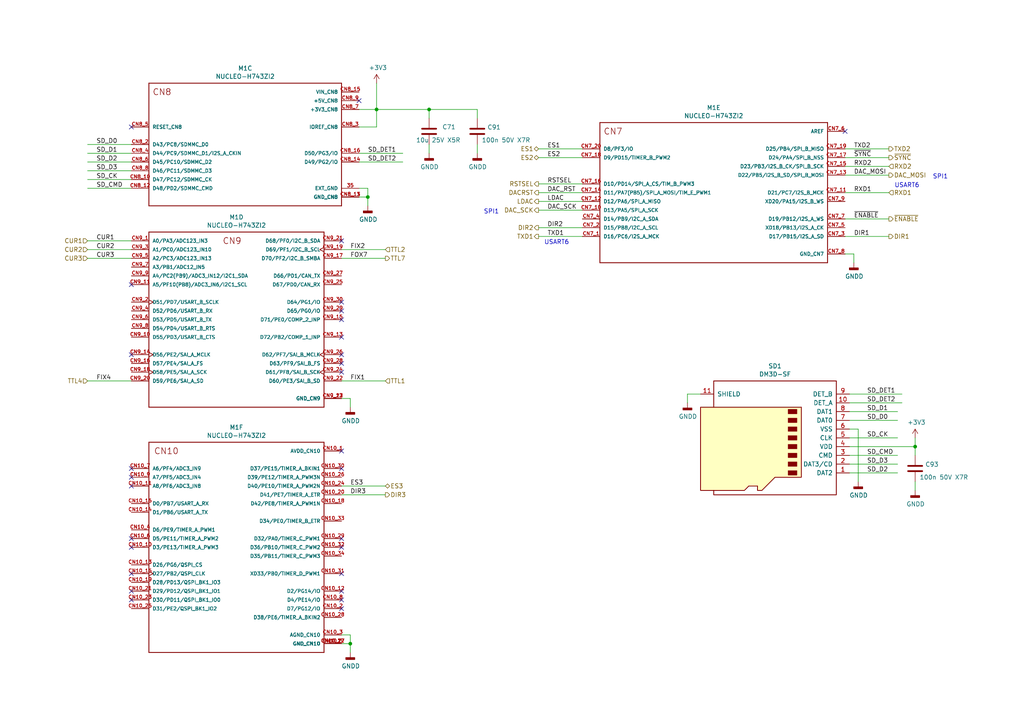
<source format=kicad_sch>
(kicad_sch (version 20230121) (generator eeschema)
  (paper "A4")
  (title_block (title "Compensation coils driver") (date "2022-03-22") (rev "2.0") (company "UMK (NCU) Toruń") (comment 1 "KL FAMO") (comment 2 "design by: mgr inż. Adam Ledziński") (comment 4 "PL: Zasilacz cewek kompensacyjnych (3x3A)"))
  (lib_symbols
    (symbol "Device:C" (pin_numbers hide) (pin_names (offset 0.254))
      (property "Reference" "C" (at 0.635 2.54 0))
      (property "Value" "C" (at 0.635 -2.54 0))
      (symbol "C_0_1"
        (polyline (pts (xy -2.032 -0.762) (xy 2.032 -0.762)) (stroke (width 0.508)))
        (polyline (pts (xy -2.032 0.762) (xy 2.032 0.762)) (stroke (width 0.508)))
      )
      (symbol "C_1_1"
        (pin passive line (at 0 3.81 270) (length 2.794) (name "~") (number "1"))
        (pin passive line (at 0 -3.81 90) (length 2.794) (name "~") (number "2"))
      )
    )
    (symbol "current3Av2-rescue:+3.3V-power" (power) (pin_names (offset 0))
      (property "Value" "+3.3V-power" (at 0 3.556 0))
      (symbol "+3.3V-power_0_1"
        (polyline (pts (xy -0.762 1.27) (xy 0 2.54)))
        (polyline (pts (xy 0 0) (xy 0 2.54)))
        (polyline (pts (xy 0 2.54) (xy 0.762 1.27)))
      )
      (symbol "+3.3V-power_1_1"
        (pin power_in line (at 0 0 90) (length 0) hide (name "+3V3") (number "1"))
      )
    )
    (symbol "current3Av2-rescue:Micro_SD_Card_Det-Connector" (pin_names (offset 1.016))
      (property "Reference" "J" (at -16.51 17.78 0))
      (property "Value" "Connector_Micro_SD_Card_Det" (at 16.51 17.78 0))
      (symbol "Micro_SD_Card_Det-Connector_0_1"
        (rectangle (start -7.62 -6.985) (end -5.08 -8.255) (fill (type outline)))
        (rectangle (start -7.62 -4.445) (end -5.08 -5.715) (fill (type outline)))
        (rectangle (start -7.62 -1.905) (end -5.08 -3.175) (fill (type outline)))
        (rectangle (start -7.62 0.635) (end -5.08 -0.635) (fill (type outline)))
        (rectangle (start -7.62 3.175) (end -5.08 1.905) (fill (type outline)))
        (rectangle (start -7.62 5.715) (end -5.08 4.445) (fill (type outline)))
        (rectangle (start -7.62 8.255) (end -5.08 6.985) (fill (type outline)))
        (rectangle (start -7.62 10.795) (end -5.08 9.525) (fill (type outline)))
        (polyline (pts (xy 16.51 15.24) (xy 16.51 16.51) (xy -19.05 16.51) (xy -19.05 -16.51) (xy 16.51 -16.51) (xy 16.51 -8.89)) (stroke (width 0.254)))
        (polyline (pts (xy -8.89 -8.89) (xy -8.89 11.43) (xy -1.27 11.43) (xy 2.54 15.24) (xy 3.81 15.24) (xy 3.81 13.97) (xy 6.35 13.97) (xy 7.62 15.24) (xy 20.32 15.24) (xy 20.32 -8.89) (xy -8.89 -8.89)) (stroke (width 0.254)) (fill (type background)))
      )
      (symbol "Micro_SD_Card_Det-Connector_1_1"
        (pin bidirectional line (at -22.86 10.16 0) (length 3.81) (name "DAT2") (number "1"))
        (pin passive line (at -22.86 -10.16 0) (length 3.81) (name "DET_A") (number "10"))
        (pin passive line (at 20.32 -12.7 180) (length 3.81) (name "SHIELD") (number "11"))
        (pin bidirectional line (at -22.86 7.62 0) (length 3.81) (name "DAT3/CD") (number "2"))
        (pin input line (at -22.86 5.08 0) (length 3.81) (name "CMD") (number "3"))
        (pin power_in line (at -22.86 2.54 0) (length 3.81) (name "VDD") (number "4"))
        (pin input line (at -22.86 0 0) (length 3.81) (name "CLK") (number "5"))
        (pin power_in line (at -22.86 -2.54 0) (length 3.81) (name "VSS") (number "6"))
        (pin bidirectional line (at -22.86 -5.08 0) (length 3.81) (name "DAT0") (number "7"))
        (pin bidirectional line (at -22.86 -7.62 0) (length 3.81) (name "DAT1") (number "8"))
        (pin passive line (at -22.86 -12.7 0) (length 3.81) (name "DET_B") (number "9"))
      )
    )
    (symbol "ff:NUCLEO-H743ZI2" (pin_names (offset 1.016))
      (property "Reference" "M" (at -11.43 54.61 0))
      (property "Value" "NUCLEO-H743ZI2" (at -10.16 -20.32 0))
      (symbol "NUCLEO-H743ZI2_1_0"
        (polyline (pts (xy -12.7 -55.88) (xy 12.7 -55.88)) (stroke (width 0.254)))
        (polyline (pts (xy -12.7 53.34) (xy -12.7 -55.88)) (stroke (width 0.254)))
        (polyline (pts (xy 12.7 -55.88) (xy 12.7 53.34)) (stroke (width 0.254)))
        (polyline (pts (xy 12.7 53.34) (xy -12.7 53.34)) (stroke (width 0.254)))
        (text "CN11" (at -11.43 50.292 0) (effects (font (size 1.778 1.778)) (justify left bottom)))
        (pin bidirectional line (at -17.78 -10.16 0) (length 5.08) (name "PC10") (number "CN11_1"))
        (pin bidirectional line (at 17.78 -2.54 180) (length 5.08) (name "PF7") (number "CN11_11"))
        (pin bidirectional line (at 17.78 33.02 180) (length 5.08) (name "IOREF_CN11") (number "CN11_12"))
        (pin bidirectional line (at -17.78 17.78 0) (length 5.08) (name "XPA13") (number "CN11_13"))
        (pin bidirectional line (at -17.78 30.48 0) (length 5.08) (name "RESET_CN11") (number "CN11_14"))
        (pin bidirectional line (at -17.78 15.24 0) (length 5.08) (name "XPA14") (number "CN11_15"))
        (pin power_in line (at 17.78 50.8 180) (length 5.08) (name "+3V3_CN11") (number "CN11_16"))
        (pin bidirectional line (at -17.78 12.7 0) (length 5.08) (name "XPA15") (number "CN11_17"))
        (pin power_in line (at 17.78 48.26 180) (length 5.08) (name "+5V_CN11") (number "CN11_18"))
        (pin power_in line (at 17.78 -53.34 180) (length 5.08) (name "GND_CN11") (number "CN11_19"))
        (pin bidirectional line (at -17.78 -12.7 0) (length 5.08) (name "PC11") (number "CN11_2"))
        (pin power_in line (at 17.78 -53.34 180) (length 5.08) (name "GND_CN11") (number "CN11_20"))
        (pin bidirectional line (at -17.78 5.08 0) (length 5.08) (name "PB7") (number "CN11_21"))
        (pin power_in line (at 17.78 -53.34 180) (length 5.08) (name "GND_CN11") (number "CN11_22"))
        (pin bidirectional line (at -17.78 -17.78 0) (length 5.08) (name "XPC13") (number "CN11_23"))
        (pin power_in line (at 17.78 38.1 180) (length 5.08) (name "VIN_CN11") (number "CN11_24"))
        (pin bidirectional line (at -17.78 -20.32 0) (length 5.08) (name "XPC14") (number "CN11_25"))
        (pin bidirectional line (at -17.78 -22.86 0) (length 5.08) (name "XPC15") (number "CN11_27"))
        (pin bidirectional line (at -17.78 25.4 0) (length 5.08) (name "PA0") (number "CN11_28"))
        (pin bidirectional line (at 17.78 -40.64 180) (length 5.08) (name "XPH0") (number "CN11_29"))
        (pin bidirectional line (at -17.78 -15.24 0) (length 5.08) (name "PC12") (number "CN11_3"))
        (pin bidirectional line (at -17.78 22.86 0) (length 5.08) (name "XPA1") (number "CN11_30"))
        (pin bidirectional line (at 17.78 -43.18 180) (length 5.08) (name "XPH1") (number "CN11_31"))
        (pin bidirectional line (at -17.78 20.32 0) (length 5.08) (name "PA4") (number "CN11_32"))
        (pin power_in line (at 17.78 43.18 180) (length 5.08) (name "VBAT_CN11") (number "CN11_33"))
        (pin bidirectional line (at -17.78 7.62 0) (length 5.08) (name "XPB0") (number "CN11_34"))
        (pin bidirectional line (at -17.78 -5.08 0) (length 5.08) (name "PC2") (number "CN11_35"))
        (pin bidirectional line (at -17.78 -2.54 0) (length 5.08) (name "XPC1") (number "CN11_36"))
        (pin bidirectional line (at -17.78 -7.62 0) (length 5.08) (name "PC3") (number "CN11_37"))
        (pin bidirectional line (at -17.78 0 0) (length 5.08) (name "PC0") (number "CN11_38"))
        (pin bidirectional line (at -17.78 -38.1 0) (length 5.08) (name "PD4") (number "CN11_39"))
        (pin bidirectional line (at -17.78 -33.02 0) (length 5.08) (name "PD2") (number "CN11_4"))
        (pin bidirectional line (at -17.78 -35.56 0) (length 5.08) (name "PD3") (number "CN11_40"))
        (pin bidirectional line (at -17.78 -40.64 0) (length 5.08) (name "PD5") (number "CN11_41"))
        (pin bidirectional line (at 17.78 -17.78 180) (length 5.08) (name "PG2") (number "CN11_42"))
        (pin bidirectional line (at -17.78 -43.18 0) (length 5.08) (name "PD6") (number "CN11_43"))
        (pin bidirectional line (at 17.78 -20.32 180) (length 5.08) (name "PG3") (number "CN11_44"))
        (pin bidirectional line (at -17.78 -45.72 0) (length 5.08) (name "PD7") (number "CN11_45"))
        (pin bidirectional line (at 17.78 22.86 180) (length 5.08) (name "PE2") (number "CN11_46"))
        (pin bidirectional line (at 17.78 20.32 180) (length 5.08) (name "PE3") (number "CN11_47"))
        (pin bidirectional line (at 17.78 17.78 180) (length 5.08) (name "PE4") (number "CN11_48"))
        (pin power_in line (at 17.78 -53.34 180) (length 5.08) (name "GND_CN11") (number "CN11_49"))
        (pin power_in line (at 17.78 40.64 180) (length 5.08) (name "VDD_CN11") (number "CN11_5"))
        (pin bidirectional line (at 17.78 15.24 180) (length 5.08) (name "PE5") (number "CN11_50"))
        (pin bidirectional line (at 17.78 5.08 180) (length 5.08) (name "PF1") (number "CN11_51"))
        (pin bidirectional line (at 17.78 2.54 180) (length 5.08) (name "PF2") (number "CN11_52"))
        (pin bidirectional line (at 17.78 7.62 180) (length 5.08) (name "PF0") (number "CN11_53"))
        (pin bidirectional line (at 17.78 -5.08 180) (length 5.08) (name "PF8") (number "CN11_54"))
        (pin bidirectional line (at -17.78 -30.48 0) (length 5.08) (name "PD1") (number "CN11_55"))
        (pin bidirectional line (at 17.78 -7.62 180) (length 5.08) (name "PF9") (number "CN11_56"))
        (pin bidirectional line (at -17.78 -27.94 0) (length 5.08) (name "PD0") (number "CN11_57"))
        (pin bidirectional line (at 17.78 -15.24 180) (length 5.08) (name "PG1") (number "CN11_58"))
        (pin bidirectional line (at 17.78 -12.7 180) (length 5.08) (name "PG0") (number "CN11_59"))
        (pin power_in line (at 17.78 45.72 180) (length 5.08) (name "E5V_CN11") (number "CN11_6"))
        (pin power_in line (at 17.78 -53.34 180) (length 5.08) (name "GND_CN11") (number "CN11_60"))
        (pin bidirectional line (at 17.78 25.4 180) (length 5.08) (name "XPE1") (number "CN11_61"))
        (pin bidirectional line (at 17.78 12.7 180) (length 5.08) (name "PE6") (number "CN11_62"))
        (pin bidirectional line (at 17.78 -22.86 180) (length 5.08) (name "PG9") (number "CN11_63"))
        (pin bidirectional line (at 17.78 -35.56 180) (length 5.08) (name "PG15") (number "CN11_64"))
        (pin bidirectional line (at 17.78 -30.48 180) (length 5.08) (name "PG12") (number "CN11_65"))
        (pin bidirectional line (at 17.78 -25.4 180) (length 5.08) (name "PG10") (number "CN11_66"))
        (pin bidirectional line (at 17.78 -33.02 180) (length 5.08) (name "XPG13") (number "CN11_68"))
        (pin bidirectional line (at -17.78 -48.26 0) (length 5.08) (name "XPD9") (number "CN11_69"))
        (pin bidirectional line (at -17.78 33.02 0) (length 5.08) (name "BOOT0") (number "CN11_7"))
        (pin bidirectional line (at 17.78 -27.94 180) (length 5.08) (name "XPG11") (number "CN11_70"))
        (pin power_in line (at 17.78 -53.34 180) (length 5.08) (name "GND_CN11") (number "CN11_71"))
        (pin power_in line (at 17.78 -53.34 180) (length 5.08) (name "GND_CN11") (number "CN11_72"))
        (pin power_in line (at 17.78 -53.34 180) (length 5.08) (name "GND_CN11") (number "CN11_8"))
        (pin bidirectional line (at 17.78 0 180) (length 5.08) (name "PF6") (number "CN11_9"))
      )
      (symbol "NUCLEO-H743ZI2_2_0"
        (polyline (pts (xy -17.78 -53.34) (xy 17.78 -53.34)) (stroke (width 0.254)))
        (polyline (pts (xy -17.78 53.34) (xy -17.78 -53.34)) (stroke (width 0.254)))
        (polyline (pts (xy 17.78 -53.34) (xy 17.78 53.34)) (stroke (width 0.254)))
        (polyline (pts (xy 17.78 53.34) (xy -17.78 53.34)) (stroke (width 0.254)))
        (text "CN12" (at -12.7 50.8 0) (effects (font (size 1.778 1.778))))
        (pin bidirectional line (at -22.86 -35.56 0) (length 5.08) (name "PC9") (number "CN12_1"))
        (pin bidirectional line (at 22.86 43.18 180) (length 5.08) (name "XPD8") (number "CN12_10"))
        (pin bidirectional line (at -22.86 38.1 0) (length 5.08) (name "PA5") (number "CN12_11"))
        (pin bidirectional line (at -22.86 20.32 0) (length 5.08) (name "XPA12") (number "CN12_12"))
        (pin bidirectional line (at -22.86 35.56 0) (length 5.08) (name "PA6") (number "CN12_13"))
        (pin bidirectional line (at -22.86 22.86 0) (length 5.08) (name "XPA11") (number "CN12_14"))
        (pin bidirectional line (at -22.86 33.02 0) (length 5.08) (name "XPA7") (number "CN12_15"))
        (pin bidirectional line (at -22.86 -10.16 0) (length 5.08) (name "PB12") (number "CN12_16"))
        (pin bidirectional line (at -22.86 2.54 0) (length 5.08) (name "PB6") (number "CN12_17"))
        (pin bidirectional line (at -22.86 -7.62 0) (length 5.08) (name "PB11") (number "CN12_18"))
        (pin bidirectional line (at -22.86 -30.48 0) (length 5.08) (name "PC7") (number "CN12_19"))
        (pin bidirectional line (at -22.86 -33.02 0) (length 5.08) (name "PC8") (number "CN12_2"))
        (pin power_in line (at 22.86 -50.8 180) (length 5.08) (name "GND_CN12") (number "CN12_20"))
        (pin bidirectional line (at -22.86 27.94 0) (length 5.08) (name "XPA9") (number "CN12_21"))
        (pin bidirectional line (at -22.86 12.7 0) (length 5.08) (name "PB2") (number "CN12_22"))
        (pin bidirectional line (at -22.86 30.48 0) (length 5.08) (name "XPA8") (number "CN12_23"))
        (pin bidirectional line (at -22.86 15.24 0) (length 5.08) (name "PB1") (number "CN12_24"))
        (pin bidirectional line (at -22.86 -5.08 0) (length 5.08) (name "PB10") (number "CN12_25"))
        (pin bidirectional line (at -22.86 -17.78 0) (length 5.08) (name "PB15") (number "CN12_26"))
        (pin bidirectional line (at -22.86 7.62 0) (length 5.08) (name "PB4") (number "CN12_27"))
        (pin bidirectional line (at -22.86 -15.24 0) (length 5.08) (name "XPB14") (number "CN12_28"))
        (pin bidirectional line (at -22.86 5.08 0) (length 5.08) (name "PB5") (number "CN12_29"))
        (pin bidirectional line (at -22.86 0 0) (length 5.08) (name "PB8") (number "CN12_3"))
        (pin bidirectional line (at -22.86 -12.7 0) (length 5.08) (name "XPB13") (number "CN12_30"))
        (pin bidirectional line (at -22.86 10.16 0) (length 5.08) (name "XPB3") (number "CN12_31"))
        (pin power_in line (at 22.86 -48.26 180) (length 5.08) (name "AGND_CN12") (number "CN12_32"))
        (pin bidirectional line (at -22.86 25.4 0) (length 5.08) (name "PA10") (number "CN12_33"))
        (pin bidirectional line (at -22.86 -22.86 0) (length 5.08) (name "XPC4") (number "CN12_34"))
        (pin bidirectional line (at -22.86 43.18 0) (length 5.08) (name "XPA2") (number "CN12_35"))
        (pin bidirectional line (at 22.86 -10.16 180) (length 5.08) (name "PF5") (number "CN12_36"))
        (pin bidirectional line (at -22.86 40.64 0) (length 5.08) (name "PA3") (number "CN12_37"))
        (pin bidirectional line (at 22.86 -7.62 180) (length 5.08) (name "PF4") (number "CN12_38"))
        (pin power_in line (at 22.86 -50.8 180) (length 5.08) (name "GND_CN12") (number "CN12_39"))
        (pin bidirectional line (at -22.86 -27.94 0) (length 5.08) (name "PC6") (number "CN12_4"))
        (pin bidirectional line (at 22.86 17.78 180) (length 5.08) (name "PE8") (number "CN12_40"))
        (pin bidirectional line (at 22.86 33.02 180) (length 5.08) (name "PD13") (number "CN12_41"))
        (pin bidirectional line (at 22.86 -12.7 180) (length 5.08) (name "PF10") (number "CN12_42"))
        (pin bidirectional line (at 22.86 35.56 180) (length 5.08) (name "PD12") (number "CN12_43"))
        (pin bidirectional line (at 22.86 20.32 180) (length 5.08) (name "PE7") (number "CN12_44"))
        (pin bidirectional line (at 22.86 38.1 180) (length 5.08) (name "PD11") (number "CN12_45"))
        (pin bidirectional line (at 22.86 30.48 180) (length 5.08) (name "PD14") (number "CN12_46"))
        (pin bidirectional line (at 22.86 12.7 180) (length 5.08) (name "PE10") (number "CN12_47"))
        (pin bidirectional line (at 22.86 27.94 180) (length 5.08) (name "PD15") (number "CN12_48"))
        (pin bidirectional line (at 22.86 7.62 180) (length 5.08) (name "PE12") (number "CN12_49"))
        (pin bidirectional line (at -22.86 -2.54 0) (length 5.08) (name "PB9") (number "CN12_5"))
        (pin bidirectional line (at 22.86 -22.86 180) (length 5.08) (name "PF14") (number "CN12_50"))
        (pin bidirectional line (at 22.86 2.54 180) (length 5.08) (name "PE14") (number "CN12_51"))
        (pin bidirectional line (at 22.86 15.24 180) (length 5.08) (name "PE9") (number "CN12_52"))
        (pin bidirectional line (at 22.86 0 180) (length 5.08) (name "PE15") (number "CN12_53"))
        (pin power_in line (at 22.86 -50.8 180) (length 5.08) (name "GND_CN12") (number "CN12_54"))
        (pin bidirectional line (at 22.86 5.08 180) (length 5.08) (name "PE13") (number "CN12_55"))
        (pin bidirectional line (at 22.86 10.16 180) (length 5.08) (name "PE11") (number "CN12_56"))
        (pin bidirectional line (at 22.86 -20.32 180) (length 5.08) (name "PF13") (number "CN12_57"))
        (pin bidirectional line (at 22.86 -5.08 180) (length 5.08) (name "PF3") (number "CN12_58"))
        (pin bidirectional line (at 22.86 -17.78 180) (length 5.08) (name "PF12") (number "CN12_59"))
        (pin bidirectional line (at -22.86 -25.4 0) (length 5.08) (name "XPC5") (number "CN12_6"))
        (pin bidirectional line (at 22.86 -25.4 180) (length 5.08) (name "PF15") (number "CN12_60"))
        (pin bidirectional line (at 22.86 -43.18 180) (length 5.08) (name "PG14") (number "CN12_61"))
        (pin bidirectional line (at 22.86 -15.24 180) (length 5.08) (name "PF11") (number "CN12_62"))
        (pin power_in line (at 22.86 -50.8 180) (length 5.08) (name "GND_CN12") (number "CN12_63"))
        (pin bidirectional line (at 22.86 22.86 180) (length 5.08) (name "PE0") (number "CN12_64"))
        (pin bidirectional line (at 22.86 40.64 180) (length 5.08) (name "XPD10") (number "CN12_65"))
        (pin bidirectional line (at 22.86 -40.64 180) (length 5.08) (name "PG8") (number "CN12_66"))
        (pin bidirectional line (at 22.86 -38.1 180) (length 5.08) (name "XPG7") (number "CN12_67"))
        (pin bidirectional line (at 22.86 -33.02 180) (length 5.08) (name "PG5") (number "CN12_68"))
        (pin bidirectional line (at 22.86 -30.48 180) (length 5.08) (name "PG4") (number "CN12_69"))
        (pin power_in line (at 22.86 50.8 180) (length 5.08) (name "AVDD_CN12") (number "CN12_7"))
        (pin bidirectional line (at 22.86 -35.56 180) (length 5.08) (name "PG6") (number "CN12_70"))
        (pin power_in line (at 22.86 -50.8 180) (length 5.08) (name "GND_CN12") (number "CN12_71"))
        (pin power_in line (at 22.86 -50.8 180) (length 5.08) (name "GND_CN12") (number "CN12_72"))
        (pin power_in line (at 22.86 48.26 180) (length 5.08) (name "U5V") (number "CN12_8"))
        (pin power_in line (at 22.86 -50.8 180) (length 5.08) (name "GND_CN12") (number "CN12_9"))
      )
      (symbol "NUCLEO-H743ZI2_3_0"
        (polyline (pts (xy -27.94 -17.78) (xy 27.94 -17.78)) (stroke (width 0.254)))
        (polyline (pts (xy -27.94 17.78) (xy -27.94 -17.78)) (stroke (width 0.254)))
        (polyline (pts (xy 27.94 -17.78) (xy 27.94 17.78)) (stroke (width 0.254)))
        (polyline (pts (xy 27.94 17.78) (xy -27.94 17.78)) (stroke (width 0.254)))
        (text "CN8" (at -24.13 15.24 0) (effects (font (size 1.778 1.778))))
        (pin bidirectional line (at -33.02 -10.16 0) (length 5.08) (name "D47/PC12/SDMMC_CK") (number "CN8_10"))
        (pin power_in line (at 33.02 -15.24 180) (length 5.08) (name "GND_CN8") (number "CN8_11"))
        (pin bidirectional line (at -33.02 -12.7 0) (length 5.08) (name "D48/PD2/SDMMC_CMD") (number "CN8_12"))
        (pin power_in line (at 33.02 -15.24 180) (length 5.08) (name "GND_CN8") (number "CN8_13"))
        (pin bidirectional line (at 33.02 -5.08 180) (length 5.08) (name "D49/PG2/IO") (number "CN8_14"))
        (pin power_in line (at 33.02 15.24 180) (length 5.08) (name "VIN_CN8") (number "CN8_15"))
        (pin bidirectional line (at 33.02 -2.54 180) (length 5.08) (name "D50/PG3/IO") (number "CN8_16"))
        (pin bidirectional line (at -33.02 0 0) (length 5.08) (name "D43/PC8/SDMMC_D0") (number "CN8_2"))
        (pin bidirectional line (at 33.02 5.08 180) (length 5.08) (name "IOREF_CN8") (number "CN8_3"))
        (pin bidirectional line (at -33.02 -2.54 0) (length 5.08) (name "D44/PC9/SDMMC_D1/I2S_A_CKIN") (number "CN8_4"))
        (pin bidirectional line (at -33.02 5.08 0) (length 5.08) (name "RESET_CN8") (number "CN8_5"))
        (pin bidirectional line (at -33.02 -5.08 0) (length 5.08) (name "D45/PC10/SDMMC_D2") (number "CN8_6"))
        (pin power_in line (at 33.02 10.16 180) (length 5.08) (name "+3V3_CN8") (number "CN8_7"))
        (pin bidirectional line (at -33.02 -7.62 0) (length 5.08) (name "D46/PC11/SDMMC_D3") (number "CN8_8"))
        (pin power_in line (at 33.02 12.7 180) (length 5.08) (name "+5V_CN8") (number "CN8_9"))
      )
      (symbol "NUCLEO-H743ZI2_3_1"
        (pin power_in line (at 33.02 -12.7 180) (length 5.08) (name "EXT_GND") (number "35"))
        (pin no_connect line (at -33.02 12.7 0) (length 5.08) hide (name "NC") (number "CN8_1"))
      )
      (symbol "NUCLEO-H743ZI2_4_0"
        (polyline (pts (xy -25.4 -25.4) (xy 25.4 -25.4)) (stroke (width 0.254)))
        (polyline (pts (xy -25.4 25.4) (xy -25.4 -25.4)) (stroke (width 0.254)))
        (polyline (pts (xy 25.4 -25.4) (xy 25.4 25.4)) (stroke (width 0.254)))
        (polyline (pts (xy 25.4 25.4) (xy -25.4 25.4)) (stroke (width 0.254)))
        (text "CN9" (at -1.27 22.86 0) (effects (font (size 1.778 1.778))))
        (pin input line (at -30.48 22.86 0) (length 5.08) (name "A0/PA3/ADC123_IN3") (number "CN9_1"))
        (pin bidirectional line (at -30.48 -5.08 0) (length 5.08) (name "D55/PD3/USART_B_CTS") (number "CN9_10"))
        (pin input line (at -30.48 10.16 0) (length 5.08) (name "A5/PF10(PB8)/ADC3_IN6/I2C1_SCL") (number "CN9_11"))
        (pin power_in line (at 30.48 -22.86 180) (length 5.08) (name "GND_CN9") (number "CN9_12"))
        (pin bidirectional line (at 30.48 -5.08 180) (length 5.08) (name "D72/PB2/COMP_1_INP") (number "CN9_13"))
        (pin bidirectional clock (at -30.48 -10.16 0) (length 5.08) (name "D56/PE2/SAI_A_MCLK") (number "CN9_14"))
        (pin bidirectional line (at 30.48 0 180) (length 5.08) (name "D71/PE0/COMP_2_INP") (number "CN9_15"))
        (pin bidirectional line (at -30.48 -12.7 0) (length 5.08) (name "D57/PE4/SAI_A_FS") (number "CN9_16"))
        (pin bidirectional line (at 30.48 17.78 180) (length 5.08) (name "D70/PF2/I2C_B_SMBA") (number "CN9_17"))
        (pin bidirectional clock (at -30.48 -15.24 0) (length 5.08) (name "D58/PE5/SAI_A_SCK") (number "CN9_18"))
        (pin bidirectional clock (at 30.48 20.32 180) (length 5.08) (name "D69/PF1/I2C_B_SCL") (number "CN9_19"))
        (pin bidirectional clock (at -30.48 5.08 0) (length 5.08) (name "D51/PD7/USART_B_SCLK") (number "CN9_2"))
        (pin bidirectional line (at -30.48 -17.78 0) (length 5.08) (name "D59/PE6/SAI_A_SD") (number "CN9_20"))
        (pin bidirectional line (at 30.48 22.86 180) (length 5.08) (name "D68/PF0/I2C_B_SDA") (number "CN9_21"))
        (pin bidirectional line (at 30.48 -17.78 180) (length 5.08) (name "D60/PE3/SAI_B_SD") (number "CN9_22"))
        (pin power_in line (at 30.48 -22.86 180) (length 5.08) (name "GND_CN9") (number "CN9_23"))
        (pin bidirectional clock (at 30.48 -15.24 180) (length 5.08) (name "D61/PF8/SAI_B_SCK") (number "CN9_24"))
        (pin input line (at 30.48 10.16 180) (length 5.08) (name "D67/PD0/CAN_RX") (number "CN9_25"))
        (pin bidirectional clock (at 30.48 -10.16 180) (length 5.08) (name "D62/PF7/SAI_B_MCLK") (number "CN9_26"))
        (pin output line (at 30.48 12.7 180) (length 5.08) (name "D66/PD1/CAN_TX") (number "CN9_27"))
        (pin bidirectional line (at 30.48 -12.7 180) (length 5.08) (name "D63/PF9/SAI_B_FS") (number "CN9_28"))
        (pin bidirectional line (at 30.48 2.54 180) (length 5.08) (name "D65/PG0/IO") (number "CN9_29"))
        (pin input line (at -30.48 20.32 0) (length 5.08) (name "A1/PC0/ADC123_IN10") (number "CN9_3"))
        (pin bidirectional line (at 30.48 5.08 180) (length 5.08) (name "D64/PG1/IO") (number "CN9_30"))
        (pin bidirectional line (at -30.48 2.54 0) (length 5.08) (name "D52/PD6/USART_B_RX") (number "CN9_4"))
        (pin input line (at -30.48 17.78 0) (length 5.08) (name "A2/PC3/ADC123_IN13") (number "CN9_5"))
        (pin bidirectional line (at -30.48 0 0) (length 5.08) (name "D53/PD5/USART_B_TX") (number "CN9_6"))
        (pin input line (at -30.48 15.24 0) (length 5.08) (name "A3/PB1/ADC12_IN5") (number "CN9_7"))
        (pin bidirectional line (at -30.48 -2.54 0) (length 5.08) (name "D54/PD4/USART_B_RTS") (number "CN9_8"))
        (pin input line (at -30.48 12.7 0) (length 5.08) (name "A4/PC2(PB9)/ADC3_IN12/I2C1_SDA") (number "CN9_9"))
      )
      (symbol "NUCLEO-H743ZI2_5_0"
        (polyline (pts (xy -33.02 -20.32) (xy 33.02 -20.32)) (stroke (width 0.254)))
        (polyline (pts (xy -33.02 20.32) (xy -33.02 -20.32)) (stroke (width 0.254)))
        (polyline (pts (xy 33.02 -20.32) (xy 33.02 20.32)) (stroke (width 0.254)))
        (polyline (pts (xy 33.02 20.32) (xy -33.02 20.32)) (stroke (width 0.254)))
        (text "CN7" (at -29.21 17.78 0) (effects (font (size 1.778 1.778))))
        (pin bidirectional line (at -38.1 -12.7 0) (length 5.08) (name "D16/PC6/I2S_A_MCK") (number "CN7_1"))
        (pin bidirectional line (at -38.1 -5.08 0) (length 5.08) (name "D13/PA5/SPI_A_SCK") (number "CN7_10"))
        (pin bidirectional line (at 38.1 0 180) (length 5.08) (name "D21/PC7/I2S_B_MCK") (number "CN7_11"))
        (pin bidirectional line (at -38.1 -2.54 0) (length 5.08) (name "D12/PA6/SPI_A_MISO") (number "CN7_12"))
        (pin bidirectional line (at 38.1 5.08 180) (length 5.08) (name "D22/PB5/I2S_B_SD/SPI_B_MOSI") (number "CN7_13"))
        (pin bidirectional line (at -38.1 0 0) (length 5.08) (name "D11/PA7(PB5)/SPI_A_MOSI/TIM_E_PWM1") (number "CN7_14"))
        (pin bidirectional line (at 38.1 7.62 180) (length 5.08) (name "D23/PB3/I2S_B_CK/SPI_B_SCK") (number "CN7_15"))
        (pin bidirectional line (at -38.1 2.54 0) (length 5.08) (name "D10/PD14/SPI_A_CS/TIM_B_PWM3") (number "CN7_16"))
        (pin bidirectional line (at 38.1 10.16 180) (length 5.08) (name "D24/PA4/SPI_B_NSS") (number "CN7_17"))
        (pin bidirectional line (at -38.1 10.16 0) (length 5.08) (name "D9/PD15/TIMER_B_PWM2") (number "CN7_18"))
        (pin bidirectional line (at 38.1 12.7 180) (length 5.08) (name "D25/PB4/SPI_B_MISO") (number "CN7_19"))
        (pin bidirectional line (at -38.1 -10.16 0) (length 5.08) (name "D15/PB8/I2C_A_SCL") (number "CN7_2"))
        (pin bidirectional line (at -38.1 12.7 0) (length 5.08) (name "D8/PF3/IO") (number "CN7_20"))
        (pin bidirectional line (at 38.1 -12.7 180) (length 5.08) (name "D17/PB15/I2S_A_SD") (number "CN7_3"))
        (pin bidirectional line (at -38.1 -7.62 0) (length 5.08) (name "D14/PB9/I2C_A_SDA") (number "CN7_4"))
        (pin bidirectional line (at 38.1 -10.16 180) (length 5.08) (name "XD18/PB13/I2S_A_CK") (number "CN7_5"))
        (pin power_in line (at 38.1 17.78 180) (length 5.08) (name "AREF") (number "CN7_6"))
        (pin bidirectional line (at 38.1 -7.62 180) (length 5.08) (name "D19/PB12/I2S_A_WS") (number "CN7_7"))
        (pin power_in line (at 38.1 -17.78 180) (length 5.08) (name "GND_CN7") (number "CN7_8"))
        (pin bidirectional line (at 38.1 -2.54 180) (length 5.08) (name "XD20/PA15/I2S_B_WS") (number "CN7_9"))
      )
      (symbol "NUCLEO-H743ZI2_6_0"
        (polyline (pts (xy -25.4 -30.48) (xy 25.4 -30.48)) (stroke (width 0.254)))
        (polyline (pts (xy -25.4 30.48) (xy -25.4 -30.48)) (stroke (width 0.254)))
        (polyline (pts (xy 25.4 -30.48) (xy 25.4 30.48)) (stroke (width 0.254)))
        (polyline (pts (xy 25.4 30.48) (xy -25.4 30.48)) (stroke (width 0.254)))
        (text "CN10" (at -20.32 27.94 0) (effects (font (size 1.778 1.778))))
        (pin power_in line (at 30.48 27.94 180) (length 5.08) (name "AVDD_CN10") (number "CN10_1"))
        (pin bidirectional line (at -30.48 0 0) (length 5.08) (name "D3/PE13/TIMER_A_PWM3") (number "CN10_10"))
        (pin input line (at -30.48 17.78 0) (length 5.08) (name "A8/PF6/ADC3_IN8") (number "CN10_11"))
        (pin bidirectional line (at 30.48 -12.7 180) (length 5.08) (name "D2/PG14/IO") (number "CN10_12"))
        (pin bidirectional line (at -30.48 -5.08 0) (length 5.08) (name "D26/PG6/QSPI_CS") (number "CN10_13"))
        (pin output line (at -30.48 10.16 0) (length 5.08) (name "D1/PB6/USART_A_TX") (number "CN10_14"))
        (pin bidirectional clock (at -30.48 -7.62 0) (length 5.08) (name "D27/PB2/QSPI_CLK") (number "CN10_15"))
        (pin input line (at -30.48 12.7 0) (length 5.08) (name "D0/PB7/USART_A_RX") (number "CN10_16"))
        (pin power_in line (at 30.48 -27.94 180) (length 5.08) (name "GND_CN10") (number "CN10_17"))
        (pin bidirectional line (at 30.48 12.7 180) (length 5.08) (name "D42/PE8/TIMER_A_PWM1N") (number "CN10_18"))
        (pin bidirectional line (at -30.48 -10.16 0) (length 5.08) (name "D28/PD13/QSPI_BK1_IO3") (number "CN10_19"))
        (pin bidirectional line (at 30.48 -17.78 180) (length 5.08) (name "D7/PG12/IO") (number "CN10_2"))
        (pin bidirectional line (at 30.48 15.24 180) (length 5.08) (name "D41/PE7/TIMER_A_ETR") (number "CN10_20"))
        (pin bidirectional line (at -30.48 -12.7 0) (length 5.08) (name "D29/PD12/QSPI_BK1_IO1") (number "CN10_21"))
        (pin power_in line (at 30.48 -27.94 180) (length 5.08) (name "GND_CN10") (number "CN10_22"))
        (pin bidirectional line (at -30.48 -15.24 0) (length 5.08) (name "D30/PD11/QSPI_BK1_IO0") (number "CN10_23"))
        (pin bidirectional line (at 30.48 17.78 180) (length 5.08) (name "D40/PE10/TIMER_A_PWM2N") (number "CN10_24"))
        (pin bidirectional line (at -30.48 -17.78 0) (length 5.08) (name "D31/PE2/QSPI_BK1_IO2") (number "CN10_25"))
        (pin bidirectional line (at 30.48 20.32 180) (length 5.08) (name "D39/PE12/TIMER_A_PWM3N") (number "CN10_26"))
        (pin power_in line (at 30.48 -27.94 180) (length 5.08) (name "GND_CN10") (number "CN10_27"))
        (pin bidirectional line (at 30.48 -20.32 180) (length 5.08) (name "D38/PE6/TIMER_A_BKIN2") (number "CN10_28"))
        (pin bidirectional line (at 30.48 2.54 180) (length 5.08) (name "D32/PA0/TIMER_C_PWM1") (number "CN10_29"))
        (pin power_in line (at 30.48 -25.4 180) (length 5.08) (name "AGND_CN10") (number "CN10_3"))
        (pin bidirectional line (at 30.48 22.86 180) (length 5.08) (name "D37/PE15/TIMER_A_BKIN1") (number "CN10_30"))
        (pin bidirectional line (at 30.48 -7.62 180) (length 5.08) (name "XD33/PB0/TIMER_D_PWM1") (number "CN10_31"))
        (pin bidirectional line (at 30.48 0 180) (length 5.08) (name "D36/PB10/TIMER_C_PWM2") (number "CN10_32"))
        (pin bidirectional line (at 30.48 7.62 180) (length 5.08) (name "D34/PE0/TIMER_B_ETR") (number "CN10_33"))
        (pin bidirectional line (at 30.48 -2.54 180) (length 5.08) (name "D35/PB11/TIMER_C_PWM3") (number "CN10_34"))
        (pin bidirectional line (at -30.48 5.08 0) (length 5.08) (name "D6/PE9/TIMER_A_PWM1") (number "CN10_4"))
        (pin power_in line (at 30.48 -27.94 180) (length 5.08) (name "GND_CN10") (number "CN10_5"))
        (pin bidirectional line (at -30.48 2.54 0) (length 5.08) (name "D5/PE11/TIMER_A_PWM2") (number "CN10_6"))
        (pin input line (at -30.48 22.86 0) (length 5.08) (name "A6/PF4/ADC3_IN9") (number "CN10_7"))
        (pin bidirectional line (at 30.48 -15.24 180) (length 5.08) (name "D4/PE14/IO") (number "CN10_8"))
        (pin input line (at -30.48 20.32 0) (length 5.08) (name "A7/PF5/ADC3_IN4") (number "CN10_9"))
      )
    )
    (symbol "power:+3V3" (power) (pin_names (offset 0))
      (property "Value" "+3V3" (at 0 3.556 0))
      (symbol "+3V3_0_1"
        (polyline (pts (xy -0.762 1.27) (xy 0 2.54)))
        (polyline (pts (xy 0 0) (xy 0 2.54)))
        (polyline (pts (xy 0 2.54) (xy 0.762 1.27)))
      )
      (symbol "+3V3_1_1"
        (pin power_in line (at 0 0 90) (length 0) hide (name "+3V3") (number "1"))
      )
    )
    (symbol "power:GNDD" (power) (pin_names (offset 0))
      (property "Value" "GNDD" (at 0 -3.175 0))
      (symbol "GNDD_0_1"
        (rectangle (start -1.27 -1.524) (end 1.27 -2.032) (stroke (width 0.254)) (fill (type outline)))
        (polyline (pts (xy 0 0) (xy 0 -1.524)))
      )
      (symbol "GNDD_1_1"
        (pin power_in line (at 0 0 270) (length 0) hide (name "GNDD") (number "1"))
      )
    )
  )
  (junction (at 101.6 186.69))
  (junction (at 106.68 57.15))
  (junction (at 109.22 31.75))
  (junction (at 124.46 31.75))
  (junction (at 265.43 129.54))
  (no_connect (at 38.1 102.87))
  (no_connect (at 38.1 138.43))
  (no_connect (at 99.06 158.75))
  (no_connect (at 38.1 166.37))
  (no_connect (at 99.06 130.81))
  (no_connect (at 99.06 173.99))
  (no_connect (at 99.06 102.87))
  (no_connect (at 38.1 140.97))
  (no_connect (at 99.06 171.45))
  (no_connect (at 104.14 29.21))
  (no_connect (at 38.1 135.89))
  (no_connect (at 38.1 36.83))
  (no_connect (at 99.06 105.41))
  (no_connect (at 38.1 158.75))
  (no_connect (at 245.11 38.1))
  (no_connect (at 38.1 156.21))
  (no_connect (at 38.1 82.55))
  (no_connect (at 99.06 90.17))
  (no_connect (at 99.06 107.95))
  (no_connect (at 99.06 97.79))
  (no_connect (at 99.06 135.89))
  (no_connect (at 99.06 176.53))
  (no_connect (at 99.06 87.63))
  (no_connect (at 38.1 171.45))
  (no_connect (at 38.1 173.99))
  (no_connect (at 99.06 69.85))
  (no_connect (at 99.06 92.71))
  (no_connect (at 99.06 166.37))
  (no_connect (at 99.06 156.21))
  (wire (pts (xy 248.92 139.7) (xy 248.92 124.46)))
  (wire (pts (xy 156.21 68.58) (xy 168.91 68.58)))
  (wire (pts (xy 38.1 44.45) (xy 25.4 44.45)))
  (wire (pts (xy 257.81 68.58) (xy 245.11 68.58)))
  (wire (pts (xy 248.92 124.46) (xy 246.38 124.46)))
  (wire (pts (xy 156.21 66.04) (xy 168.91 66.04)))
  (wire (pts (xy 156.21 53.34) (xy 168.91 53.34)))
  (wire (pts (xy 38.1 52.07) (xy 25.4 52.07)))
  (wire (pts (xy 38.1 110.49) (xy 25.4 110.49)))
  (wire (pts (xy 265.43 129.54) (xy 265.43 132.08)))
  (wire (pts (xy 25.4 69.85) (xy 38.1 69.85)))
  (wire (pts (xy 260.35 119.38) (xy 246.38 119.38)))
  (wire (pts (xy 111.76 143.51) (xy 99.06 143.51)))
  (wire (pts (xy 38.1 41.91) (xy 25.4 41.91)))
  (wire (pts (xy 99.06 186.69) (xy 101.6 186.69)))
  (wire (pts (xy 245.11 55.88) (xy 257.81 55.88)))
  (wire (pts (xy 246.38 129.54) (xy 265.43 129.54)))
  (wire (pts (xy 245.11 50.8) (xy 257.81 50.8)))
  (wire (pts (xy 106.68 57.15) (xy 104.14 57.15)))
  (wire (pts (xy 261.62 116.84) (xy 246.38 116.84)))
  (wire (pts (xy 109.22 31.75) (xy 124.46 31.75)))
  (wire (pts (xy 109.22 31.75) (xy 109.22 36.83)))
  (wire (pts (xy 156.21 55.88) (xy 168.91 55.88)))
  (wire (pts (xy 25.4 72.39) (xy 38.1 72.39)))
  (wire (pts (xy 124.46 44.45) (xy 124.46 41.91)))
  (wire (pts (xy 168.91 45.72) (xy 156.21 45.72)))
  (wire (pts (xy 257.81 48.26) (xy 245.11 48.26)))
  (wire (pts (xy 199.39 114.3) (xy 199.39 116.84)))
  (wire (pts (xy 265.43 129.54) (xy 265.43 127)))
  (wire (pts (xy 124.46 31.75) (xy 124.46 34.29)))
  (wire (pts (xy 38.1 54.61) (xy 25.4 54.61)))
  (wire (pts (xy 168.91 43.18) (xy 156.21 43.18)))
  (wire (pts (xy 99.06 72.39) (xy 111.76 72.39)))
  (wire (pts (xy 138.43 41.91) (xy 138.43 44.45)))
  (wire (pts (xy 101.6 115.57) (xy 99.06 115.57)))
  (wire (pts (xy 260.35 134.62) (xy 246.38 134.62)))
  (wire (pts (xy 245.11 45.72) (xy 257.81 45.72)))
  (wire (pts (xy 245.11 63.5) (xy 257.81 63.5)))
  (wire (pts (xy 99.06 74.93) (xy 111.76 74.93)))
  (wire (pts (xy 109.22 24.13) (xy 109.22 31.75)))
  (wire (pts (xy 106.68 54.61) (xy 104.14 54.61)))
  (wire (pts (xy 38.1 49.53) (xy 25.4 49.53)))
  (wire (pts (xy 247.65 76.2) (xy 247.65 73.66)))
  (wire (pts (xy 99.06 110.49) (xy 111.76 110.49)))
  (wire (pts (xy 203.2 114.3) (xy 199.39 114.3)))
  (wire (pts (xy 104.14 31.75) (xy 109.22 31.75)))
  (wire (pts (xy 101.6 186.69) (xy 101.6 184.15)))
  (wire (pts (xy 260.35 132.08) (xy 246.38 132.08)))
  (wire (pts (xy 265.43 142.24) (xy 265.43 139.7)))
  (wire (pts (xy 101.6 189.23) (xy 101.6 186.69)))
  (wire (pts (xy 106.68 57.15) (xy 106.68 54.61)))
  (wire (pts (xy 99.06 140.97) (xy 111.76 140.97)))
  (wire (pts (xy 138.43 31.75) (xy 138.43 34.29)))
  (wire (pts (xy 101.6 184.15) (xy 99.06 184.15)))
  (wire (pts (xy 38.1 46.99) (xy 25.4 46.99)))
  (wire (pts (xy 168.91 60.96) (xy 156.21 60.96)))
  (wire (pts (xy 101.6 118.11) (xy 101.6 115.57)))
  (wire (pts (xy 247.65 73.66) (xy 245.11 73.66)))
  (wire (pts (xy 257.81 43.18) (xy 245.11 43.18)))
  (wire (pts (xy 116.84 44.45) (xy 104.14 44.45)))
  (wire (pts (xy 260.35 127) (xy 246.38 127)))
  (wire (pts (xy 116.84 46.99) (xy 104.14 46.99)))
  (wire (pts (xy 156.21 58.42) (xy 168.91 58.42)))
  (wire (pts (xy 106.68 59.69) (xy 106.68 57.15)))
  (wire (pts (xy 261.62 114.3) (xy 246.38 114.3)))
  (wire (pts (xy 124.46 31.75) (xy 138.43 31.75)))
  (wire (pts (xy 260.35 137.16) (xy 246.38 137.16)))
  (wire (pts (xy 25.4 74.93) (xy 38.1 74.93)))
  (wire (pts (xy 260.35 121.92) (xy 246.38 121.92)))
  (wire (pts (xy 109.22 36.83) (xy 104.14 36.83)))
  (text "SPI1" (at 270.51 52.07 0) (effects (font (size 1.27 1.27)) (justify left bottom)))
  (text "SPI1" (at 144.78 62.23 0) (effects (font (size 1.27 1.27)) (justify right bottom)))
  (text "USART6" (at 165.1 71.12 0) (effects (font (size 1.27 1.27)) (justify right bottom)))
  (text "USART6" (at 266.7 54.61 0) (effects (font (size 1.27 1.27)) (justify right bottom)))
  (label "RXD2" (at 247.65 48.26 0))
  (label "SD_D2" (at 27.94 46.99 0))
  (label "FIX2" (at 101.6 72.39 0))
  (label "SD_CMD" (at 251.46 132.08 0))
  (label "DIR2" (at 158.75 66.04 0))
  (label "DIR1" (at 247.65 68.58 0))
  (label "LDAC" (at 158.75 58.42 0))
  (label "SD_D0" (at 27.94 41.91 0))
  (label "SD_D3" (at 251.46 134.62 0))
  (label "SD_DET1" (at 106.68 44.45 0))
  (label "SD_DET1" (at 251.46 114.3 0))
  (label "SD_CMD" (at 27.94 54.61 0))
  (label "SD_CK" (at 251.46 127 0))
  (label "DAC_RST" (at 158.75 55.88 0))
  (label "RSTSEL" (at 158.75 53.34 0))
  (label "SD_D3" (at 27.94 49.53 0))
  (label "~{SYNC}" (at 247.65 45.72 0))
  (label "DAC_MOSI" (at 247.65 50.8 0))
  (label "FIX4" (at 27.94 110.49 0))
  (label "FIX1" (at 101.6 110.49 0))
  (label "FOX7" (at 101.6 74.93 0))
  (label "DAC_SCK" (at 158.75 60.96 0))
  (label "TXD1" (at 158.75 68.58 0))
  (label "SD_DET2" (at 106.68 46.99 0))
  (label "CUR1" (at 27.94 69.85 0))
  (label "SD_CK" (at 27.94 52.07 0))
  (label "DIR3" (at 101.6 143.51 0))
  (label "CUR2" (at 27.94 72.39 0))
  (label "ES1" (at 158.75 43.18 0))
  (label "ES2" (at 158.75 45.72 0))
  (label "ES3" (at 101.6 140.97 0))
  (label "CUR3" (at 27.94 74.93 0))
  (label "SD_D1" (at 251.46 119.38 0))
  (label "~{ENABLE}" (at 247.65 63.5 0))
  (label "SD_DET2" (at 251.46 116.84 0))
  (label "SD_D2" (at 251.46 137.16 0))
  (label "TXD2" (at 247.65 43.18 0))
  (label "SD_D1" (at 27.94 44.45 0))
  (label "SD_D0" (at 251.46 121.92 0))
  (label "RXD1" (at 247.65 55.88 0))
  (hierarchical_label "CUR2" (shape input) (at 25.4 72.39 180))
  (hierarchical_label "DAC_SCK" (shape output) (at 156.21 60.96 180))
  (hierarchical_label "DAC_MOSI" (shape output) (at 257.81 50.8 0))
  (hierarchical_label "DIR3" (shape output) (at 111.76 143.51 0))
  (hierarchical_label "DIR2" (shape output) (at 156.21 66.04 180))
  (hierarchical_label "RSTSEL" (shape output) (at 156.21 53.34 180))
  (hierarchical_label "RXD2" (shape input) (at 257.81 48.26 0))
  (hierarchical_label "TXD1" (shape output) (at 156.21 68.58 180))
  (hierarchical_label "LDAC" (shape output) (at 156.21 58.42 180))
  (hierarchical_label "CUR3" (shape input) (at 25.4 74.93 180))
  (hierarchical_label "~{SYNC}" (shape output) (at 257.81 45.72 0))
  (hierarchical_label "TTL4" (shape input) (at 25.4 110.49 180))
  (hierarchical_label "DACRST" (shape output) (at 156.21 55.88 180))
  (hierarchical_label "DIR1" (shape output) (at 257.81 68.58 0))
  (hierarchical_label "ES1" (shape bidirectional) (at 156.21 43.18 180))
  (hierarchical_label "CUR1" (shape input) (at 25.4 69.85 180))
  (hierarchical_label "TTL2" (shape input) (at 111.76 72.39 0))
  (hierarchical_label "TTL1" (shape input) (at 111.76 110.49 0))
  (hierarchical_label "~{ENABLE}" (shape output) (at 257.81 63.5 0))
  (hierarchical_label "TTL7" (shape output) (at 111.76 74.93 0))
  (hierarchical_label "ES2" (shape bidirectional) (at 156.21 45.72 180))
  (hierarchical_label "RXD1" (shape input) (at 257.81 55.88 0))
  (hierarchical_label "ES3" (shape bidirectional) (at 111.76 140.97 0))
  (hierarchical_label "TXD2" (shape output) (at 257.81 43.18 0))
  (symbol (lib_id "ff:NUCLEO-H743ZI2") (at 71.12 41.91 0) (unit 3)
    (property "Reference" "M1" (at 71.12 19.812 0))
    (property "Value" "NUCLEO-H743ZI2" (at 71.12 22.1742 0))
    (property "Footprint" "ff_lib:MODULE_NUCLEO-F746ZG_mini_M" (effects hide))
    (property "Datasheet" "STMicroelectronics" (effects hide))
    (property "Comm" "po1:DS1023-2*8S21,DS1023-2*10S21,DS1023-2*16S21,DS1023-2*17S21" (effects hide))
  )
  (symbol (lib_id "ff:NUCLEO-H743ZI2") (at 68.58 92.71 0) (unit 4)
    (property "Reference" "M1" (at 68.58 62.992 0))
    (property "Value" "NUCLEO-H743ZI2" (at 68.58 65.3542 0))
    (property "Footprint" "ff_lib:MODULE_NUCLEO-F746ZG_mini_M" (effects hide))
    (property "Datasheet" "STMicroelectronics" (effects hide))
    (property "Comm" "po1:DS1023-2*8S21,DS1023-2*10S21,DS1023-2*16S21,DS1023-2*17S21" (effects hide))
  )
  (symbol (lib_id "ff:NUCLEO-H743ZI2") (at 68.58 158.75 0) (unit 6)
    (property "Reference" "M1" (at 68.58 123.952 0))
    (property "Value" "NUCLEO-H743ZI2" (at 68.58 126.3142 0))
    (property "Footprint" "ff_lib:MODULE_NUCLEO-F746ZG_mini_M" (effects hide))
    (property "Datasheet" "STMicroelectronics" (effects hide))
    (property "Comm" "po1:DS1023-2*8S21,DS1023-2*10S21,DS1023-2*16S21,DS1023-2*17S21" (effects hide))
  )
  (symbol (lib_id "current3Av2-rescue:Micro_SD_Card_Det-Connector") (at 223.52 127 180) (unit 1)
    (property "Reference" "SD1" (at 224.79 106.172 0))
    (property "Value" "DM3D-SF" (at 224.79 108.5342 0))
    (property "Footprint" "Connectors_Card:Hirose_DM3D-SF" (effects hide))
    (property "Datasheet" "https://www.hirose.com/product/document?clcode=CL0609-0033-6-00&productname=DM3AT-SF-PEJ2M5&series=DM3&documenttype=Catalog&lang=en&documentid=D49662_en" (effects hide))
  )
  (symbol (lib_id "Device:C") (at 124.46 38.1 0) (mirror y) (unit 1)
    (property "Reference" "C?" (at 128.27 36.83 0) (effects (justify right)))
    (property "Value" "10u 25V X5R" (at 120.65 40.64 0) (effects (justify right)))
    (property "Footprint" "Capacitors_SMD:C_0603" (effects hide))
    (property "Comm" "GRM188R61E106KA73D" (effects hide))
    (instances (project "current3Av2" (path "" (reference "C71") (unit 1)) (path "" (reference "C?") (unit 1))))
  )
  (symbol (lib_id "ff:NUCLEO-H743ZI2") (at 207.01 55.88 0) (unit 5)
    (property "Reference" "M1" (at 207.01 31.242 0))
    (property "Value" "NUCLEO-H743ZI2" (at 207.01 33.6042 0))
    (property "Footprint" "ff_lib:MODULE_NUCLEO-F746ZG_mini_M" (effects hide))
    (property "Datasheet" "STMicroelectronics" (effects hide))
    (property "Comm" "po1:DS1023-2*8S21,DS1023-2*10S21,DS1023-2*16S21,DS1023-2*17S21" (effects hide))
  )
  (symbol (lib_id "Device:C") (at 138.43 38.1 0) (unit 1)
    (property "Reference" "C?" (at 141.351 36.9062 0) (effects (justify left)))
    (property "Value" "100n 50V X7R" (at 139.7 40.64 0) (effects (justify left)))
    (property "Footprint" "Capacitors_SMD:C_0603" (effects hide))
    (instances (project "current3Av2" (path "" (reference "C91") (unit 1)) (path "" (reference "C?") (unit 1))))
  )
  (symbol (lib_id "power:GNDD") (at 124.46 44.45 0) (unit 1)
    (property "Reference" "#PWR0151" (effects hide))
    (property "Value" "GNDD" (at 124.587 48.4124 0))
  )
  (symbol (lib_id "power:GNDD") (at 101.6 189.23 0) (unit 1)
    (property "Reference" "#PWR0147" (effects hide))
    (property "Value" "GNDD" (at 101.727 193.1924 0))
  )
  (symbol (lib_id "power:GNDD") (at 248.92 139.7 0) (unit 1)
    (property "Reference" "#PWR0164" (effects hide))
    (property "Value" "GNDD" (at 249.047 143.6624 0))
  )
  (symbol (lib_id "Device:C") (at 265.43 135.89 0) (unit 1)
    (property "Reference" "C?" (at 268.351 134.6962 0) (effects (justify left)))
    (property "Value" "100n 50V X7R" (at 266.7 138.43 0) (effects (justify left)))
    (property "Footprint" "Capacitors_SMD:C_0603" (effects hide))
    (instances (project "current3Av2" (path "" (reference "C93") (unit 1)) (path "" (reference "C?") (unit 1))))
  )
  (symbol (lib_id "power:GNDD") (at 265.43 142.24 0) (unit 1)
    (property "Reference" "#PWR0167" (effects hide))
    (property "Value" "GNDD" (at 265.557 146.2024 0))
  )
  (symbol (lib_id "power:GNDD") (at 106.68 59.69 0) (unit 1)
    (property "Reference" "#PWR0149" (effects hide))
    (property "Value" "GNDD" (at 106.807 63.6524 0))
  )
  (symbol (lib_id "power:+3V3") (at 265.43 127 0) (unit 1)
    (property "Reference" "#PWR0166" (effects hide))
    (property "Value" "+3V3" (at 265.811 122.5042 0))
  )
  (symbol (lib_id "power:GNDD") (at 138.43 44.45 0) (unit 1)
    (property "Reference" "#PWR0156" (effects hide))
    (property "Value" "GNDD" (at 138.557 48.4124 0))
  )
  (symbol (lib_id "current3Av2-rescue:+3.3V-power") (at 109.22 24.13 0) (unit 1)
    (property "Reference" "#PWR0177" (effects hide))
    (property "Value" "+3.3V" (at 109.601 19.6342 0))
  )
  (symbol (lib_id "power:GNDD") (at 101.6 118.11 0) (unit 1)
    (property "Reference" "#PWR0146" (effects hide))
    (property "Value" "GNDD" (at 101.727 122.0724 0))
  )
  (symbol (lib_id "power:GNDD") (at 247.65 76.2 0) (unit 1)
    (property "Reference" "#PWR0165" (effects hide))
    (property "Value" "GNDD" (at 247.777 80.1624 0))
  )
  (symbol (lib_id "power:GNDD") (at 199.39 116.84 0) (unit 1)
    (property "Reference" "#PWR0163" (effects hide))
    (property "Value" "GNDD" (at 199.517 120.8024 0))
  )
)
</source>
